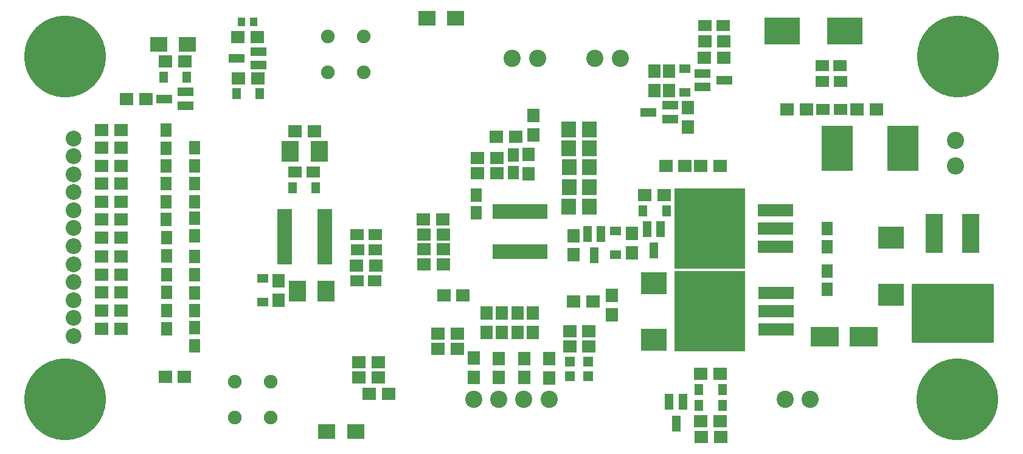
<source format=gbr>
G04 #@! TF.FileFunction,Soldermask,Top*
%FSLAX46Y46*%
G04 Gerber Fmt 4.6, Leading zero omitted, Abs format (unit mm)*
G04 Created by KiCad (PCBNEW 4.0.4-stable) date Tuesday, December 27, 2016 'AMt' 12:33:23 AM*
%MOMM*%
%LPD*%
G01*
G04 APERTURE LIST*
%ADD10C,0.100000*%
%ADD11C,0.450000*%
%ADD12C,0.215000*%
%ADD13C,2.400000*%
%ADD14R,1.200000X2.300000*%
%ADD15R,1.400000X1.400000*%
%ADD16R,1.000000X1.200000*%
%ADD17R,2.370000X2.346000*%
%ADD18R,1.650000X1.900000*%
%ADD19R,1.900000X1.650000*%
%ADD20R,2.400000X2.000000*%
%ADD21R,2.400000X2.900000*%
%ADD22R,2.432000X5.400000*%
%ADD23R,1.997660X2.200860*%
%ADD24R,3.900120X2.701240*%
%ADD25R,4.900880X3.699460*%
%ADD26R,4.898340X3.699460*%
%ADD27C,11.400000*%
%ADD28C,1.100000*%
%ADD29R,2.300000X1.200000*%
%ADD30R,5.000000X1.790000*%
%ADD31R,9.800000X11.200000*%
%ADD32R,1.700000X1.900000*%
%ADD33R,3.600000X3.100000*%
%ADD34R,1.900000X1.700000*%
%ADD35C,1.900000*%
%ADD36R,2.400000X2.100000*%
%ADD37R,2.000000X0.700000*%
%ADD38R,0.700000X2.000000*%
%ADD39R,1.620000X1.310000*%
%ADD40R,1.310000X1.620000*%
%ADD41C,2.200000*%
G04 APERTURE END LIST*
D10*
D11*
X136800000Y-47370000D02*
X125800000Y-47370000D01*
X125800000Y-47370000D02*
X125800000Y-39590000D01*
X125800000Y-39590000D02*
X136800000Y-39590000D01*
X136800000Y-39590000D02*
X136800000Y-47370000D01*
D12*
X127400000Y-43870000D02*
G75*
G03X127400000Y-43870000I-100000J0D01*
G01*
X128400000Y-43870000D02*
G75*
G03X128400000Y-43870000I-100000J0D01*
G01*
X126400000Y-43870000D02*
G75*
G03X126400000Y-43870000I-100000J0D01*
G01*
X133400000Y-43870000D02*
G75*
G03X133400000Y-43870000I-100000J0D01*
G01*
X134400000Y-43870000D02*
G75*
G03X134400000Y-43870000I-100000J0D01*
G01*
X136400000Y-43870000D02*
G75*
G03X136400000Y-43870000I-100000J0D01*
G01*
X135400000Y-43870000D02*
G75*
G03X135400000Y-43870000I-100000J0D01*
G01*
X131400000Y-43870000D02*
G75*
G03X131400000Y-43870000I-100000J0D01*
G01*
X132400000Y-43870000D02*
G75*
G03X132400000Y-43870000I-100000J0D01*
G01*
X130400000Y-43870000D02*
G75*
G03X130400000Y-43870000I-100000J0D01*
G01*
X129400000Y-46870000D02*
G75*
G03X129400000Y-46870000I-100000J0D01*
G01*
X130400000Y-46870000D02*
G75*
G03X130400000Y-46870000I-100000J0D01*
G01*
X128400000Y-46870000D02*
G75*
G03X128400000Y-46870000I-100000J0D01*
G01*
X127400000Y-46870000D02*
G75*
G03X127400000Y-46870000I-100000J0D01*
G01*
X130400000Y-45870000D02*
G75*
G03X130400000Y-45870000I-100000J0D01*
G01*
X131400000Y-45870000D02*
G75*
G03X131400000Y-45870000I-100000J0D01*
G01*
X133400000Y-45870000D02*
G75*
G03X133400000Y-45870000I-100000J0D01*
G01*
X132400000Y-45870000D02*
G75*
G03X132400000Y-45870000I-100000J0D01*
G01*
X127400000Y-44870000D02*
G75*
G03X127400000Y-44870000I-100000J0D01*
G01*
X128400000Y-44870000D02*
G75*
G03X128400000Y-44870000I-100000J0D01*
G01*
X126400000Y-44870000D02*
G75*
G03X126400000Y-44870000I-100000J0D01*
G01*
X129400000Y-43870000D02*
G75*
G03X129400000Y-43870000I-100000J0D01*
G01*
X133400000Y-44870000D02*
G75*
G03X133400000Y-44870000I-100000J0D01*
G01*
X134400000Y-44870000D02*
G75*
G03X134400000Y-44870000I-100000J0D01*
G01*
X136400000Y-44870000D02*
G75*
G03X136400000Y-44870000I-100000J0D01*
G01*
X135400000Y-44870000D02*
G75*
G03X135400000Y-44870000I-100000J0D01*
G01*
X128400000Y-45870000D02*
G75*
G03X128400000Y-45870000I-100000J0D01*
G01*
X129400000Y-45870000D02*
G75*
G03X129400000Y-45870000I-100000J0D01*
G01*
X127400000Y-45870000D02*
G75*
G03X127400000Y-45870000I-100000J0D01*
G01*
X126400000Y-45870000D02*
G75*
G03X126400000Y-45870000I-100000J0D01*
G01*
X129400000Y-44870000D02*
G75*
G03X129400000Y-44870000I-100000J0D01*
G01*
X130400000Y-44870000D02*
G75*
G03X130400000Y-44870000I-100000J0D01*
G01*
X132400000Y-44870000D02*
G75*
G03X132400000Y-44870000I-100000J0D01*
G01*
X131400000Y-44870000D02*
G75*
G03X131400000Y-44870000I-100000J0D01*
G01*
X136400000Y-45870000D02*
G75*
G03X136400000Y-45870000I-100000J0D01*
G01*
X126400000Y-46870000D02*
G75*
G03X126400000Y-46870000I-100000J0D01*
G01*
X135400000Y-45870000D02*
G75*
G03X135400000Y-45870000I-100000J0D01*
G01*
X134400000Y-45870000D02*
G75*
G03X134400000Y-45870000I-100000J0D01*
G01*
X131400000Y-46870000D02*
G75*
G03X131400000Y-46870000I-100000J0D01*
G01*
X132400000Y-46870000D02*
G75*
G03X132400000Y-46870000I-100000J0D01*
G01*
X134400000Y-46870000D02*
G75*
G03X134400000Y-46870000I-100000J0D01*
G01*
X133400000Y-46870000D02*
G75*
G03X133400000Y-46870000I-100000J0D01*
G01*
X135400000Y-46870000D02*
G75*
G03X135400000Y-46870000I-100000J0D01*
G01*
X136400000Y-46870000D02*
G75*
G03X136400000Y-46870000I-100000J0D01*
G01*
D11*
X136550000Y-44370000D02*
X126050000Y-44370000D01*
X136550000Y-45370000D02*
X126050000Y-45370000D01*
X136550000Y-46370000D02*
X126050000Y-46370000D01*
X126800000Y-47170000D02*
X126800000Y-39590000D01*
X127800000Y-47170000D02*
X127800000Y-39590000D01*
X128800000Y-47170000D02*
X128800000Y-39590000D01*
X129800000Y-47170000D02*
X129800000Y-39590000D01*
X130800000Y-47170000D02*
X130800000Y-39590000D01*
X131800000Y-47170000D02*
X131800000Y-39590000D01*
X132800000Y-47170000D02*
X132800000Y-39590000D01*
X133800000Y-47170000D02*
X133800000Y-39590000D01*
X134800000Y-47170000D02*
X134800000Y-39590000D01*
X135800000Y-47170000D02*
X135800000Y-39590000D01*
D12*
X135400000Y-41100000D02*
G75*
G03X135400000Y-41100000I-100000J0D01*
G01*
X136400000Y-41100000D02*
G75*
G03X136400000Y-41100000I-100000J0D01*
G01*
X136400000Y-40100000D02*
G75*
G03X136400000Y-40100000I-100000J0D01*
G01*
X135400000Y-40100000D02*
G75*
G03X135400000Y-40100000I-100000J0D01*
G01*
X134400000Y-41100000D02*
G75*
G03X134400000Y-41100000I-100000J0D01*
G01*
X133400000Y-40100000D02*
G75*
G03X133400000Y-40100000I-100000J0D01*
G01*
X134400000Y-40100000D02*
G75*
G03X134400000Y-40100000I-100000J0D01*
G01*
X133400000Y-42100000D02*
G75*
G03X133400000Y-42100000I-100000J0D01*
G01*
X133400000Y-41100000D02*
G75*
G03X133400000Y-41100000I-100000J0D01*
G01*
X134400000Y-42100000D02*
G75*
G03X134400000Y-42100000I-100000J0D01*
G01*
D11*
X136550000Y-41600000D02*
X126050000Y-41600000D01*
X136550000Y-42380000D02*
X126050000Y-42380000D01*
D12*
X136400000Y-42100000D02*
G75*
G03X136400000Y-42100000I-100000J0D01*
G01*
X135400000Y-42100000D02*
G75*
G03X135400000Y-42100000I-100000J0D01*
G01*
D11*
X136550000Y-40600000D02*
X126050000Y-40600000D01*
D12*
X130400000Y-40100000D02*
G75*
G03X130400000Y-40100000I-100000J0D01*
G01*
X131400000Y-40100000D02*
G75*
G03X131400000Y-40100000I-100000J0D01*
G01*
X132400000Y-40100000D02*
G75*
G03X132400000Y-40100000I-100000J0D01*
G01*
X129400000Y-41100000D02*
G75*
G03X129400000Y-41100000I-100000J0D01*
G01*
X130400000Y-41100000D02*
G75*
G03X130400000Y-41100000I-100000J0D01*
G01*
X132400000Y-41100000D02*
G75*
G03X132400000Y-41100000I-100000J0D01*
G01*
X129400000Y-40100000D02*
G75*
G03X129400000Y-40100000I-100000J0D01*
G01*
X131400000Y-41100000D02*
G75*
G03X131400000Y-41100000I-100000J0D01*
G01*
X128400000Y-41100000D02*
G75*
G03X128400000Y-41100000I-100000J0D01*
G01*
X128400000Y-42100000D02*
G75*
G03X128400000Y-42100000I-100000J0D01*
G01*
X129400000Y-42100000D02*
G75*
G03X129400000Y-42100000I-100000J0D01*
G01*
X130400000Y-42100000D02*
G75*
G03X130400000Y-42100000I-100000J0D01*
G01*
X131400000Y-42100000D02*
G75*
G03X131400000Y-42100000I-100000J0D01*
G01*
X132400000Y-42100000D02*
G75*
G03X132400000Y-42100000I-100000J0D01*
G01*
X126400000Y-40100000D02*
G75*
G03X126400000Y-40100000I-100000J0D01*
G01*
X127400000Y-40100000D02*
G75*
G03X127400000Y-40100000I-100000J0D01*
G01*
X128400000Y-40100000D02*
G75*
G03X128400000Y-40100000I-100000J0D01*
G01*
X127400000Y-41100000D02*
G75*
G03X127400000Y-41100000I-100000J0D01*
G01*
X126400000Y-41100000D02*
G75*
G03X126400000Y-41100000I-100000J0D01*
G01*
X127400000Y-42100000D02*
G75*
G03X127400000Y-42100000I-100000J0D01*
G01*
X126400000Y-42100000D02*
G75*
G03X126400000Y-42100000I-100000J0D01*
G01*
D11*
X136540000Y-43390000D02*
X126040000Y-43390000D01*
X136220000Y-47200000D02*
X136220000Y-39620000D01*
X136560000Y-47200000D02*
X136560000Y-39620000D01*
X134700000Y-47170000D02*
X134700000Y-39590000D01*
X135120000Y-47200000D02*
X135120000Y-39620000D01*
X135460000Y-47200000D02*
X135460000Y-39620000D01*
X133670000Y-47220000D02*
X133670000Y-39640000D01*
X134090000Y-47250000D02*
X134090000Y-39670000D01*
X134430000Y-47250000D02*
X134430000Y-39670000D01*
X132830000Y-47220000D02*
X132830000Y-39640000D01*
X133250000Y-47250000D02*
X133250000Y-39670000D01*
X133590000Y-47250000D02*
X133590000Y-39670000D01*
X131730000Y-47250000D02*
X131730000Y-39670000D01*
X132150000Y-47280000D02*
X132150000Y-39700000D01*
X132490000Y-47280000D02*
X132490000Y-39700000D01*
X130790000Y-47250000D02*
X130790000Y-39670000D01*
X131210000Y-47280000D02*
X131210000Y-39700000D01*
X131550000Y-47280000D02*
X131550000Y-39700000D01*
X129810000Y-47220000D02*
X129810000Y-39640000D01*
X130230000Y-47250000D02*
X130230000Y-39670000D01*
X130570000Y-47250000D02*
X130570000Y-39670000D01*
X128830000Y-47220000D02*
X128830000Y-39640000D01*
X129250000Y-47250000D02*
X129250000Y-39670000D01*
X129590000Y-47250000D02*
X129590000Y-39670000D01*
X127920000Y-47270000D02*
X127920000Y-39690000D01*
X128340000Y-47300000D02*
X128340000Y-39720000D01*
X128680000Y-47300000D02*
X128680000Y-39720000D01*
X126720000Y-47250000D02*
X126720000Y-39670000D01*
X127140000Y-47280000D02*
X127140000Y-39700000D01*
X127480000Y-47280000D02*
X127480000Y-39700000D01*
X126080000Y-47290000D02*
X126080000Y-39710000D01*
X126500000Y-47320000D02*
X126500000Y-39740000D01*
X126840000Y-47320000D02*
X126840000Y-39740000D01*
D13*
X108000000Y-55500000D03*
X111500000Y-55500000D03*
X131700000Y-23000000D03*
X131700000Y-19500000D03*
X85000000Y-8000000D03*
X81500000Y-8000000D03*
X73500000Y-8000000D03*
X70000000Y-8000000D03*
D14*
X82350000Y-32475000D03*
X80450000Y-32475000D03*
X81400000Y-35475000D03*
D15*
X78050000Y-52325000D03*
X80550000Y-52325000D03*
X78050000Y-50275000D03*
X80550000Y-50275000D03*
D16*
X34025000Y-3000000D03*
X32325000Y-3000000D03*
D17*
X116210000Y-20600000D03*
X114240000Y-20600000D03*
X114240000Y-22546000D03*
X116210000Y-22546000D03*
X116210000Y-18654000D03*
X114240000Y-18654000D03*
X125360000Y-20600000D03*
X123390000Y-20600000D03*
X123390000Y-22546000D03*
X125360000Y-22546000D03*
X125360000Y-18654000D03*
X123390000Y-18654000D03*
D18*
X64975000Y-29550000D03*
X64975000Y-27050000D03*
D19*
X99325000Y-3475000D03*
X96825000Y-3475000D03*
D18*
X70125000Y-21475000D03*
X70125000Y-23975000D03*
X21800000Y-20550000D03*
X21800000Y-18050000D03*
X25750000Y-23000000D03*
X25750000Y-20500000D03*
X21800000Y-25500000D03*
X21800000Y-23000000D03*
X25750000Y-28000000D03*
X25750000Y-25500000D03*
X21800000Y-30500000D03*
X21800000Y-28000000D03*
X25750000Y-32800000D03*
X25750000Y-30300000D03*
X21850000Y-35550000D03*
X21850000Y-33050000D03*
X25750000Y-38150000D03*
X25750000Y-35650000D03*
X21850000Y-40650000D03*
X21850000Y-38150000D03*
X25750000Y-43200000D03*
X25750000Y-40700000D03*
X21850000Y-45700000D03*
X21850000Y-43200000D03*
X25750000Y-48050000D03*
X25750000Y-45550000D03*
D19*
X115675000Y-11250000D03*
X113175000Y-11250000D03*
X115725000Y-15150000D03*
X113225000Y-15150000D03*
X115625000Y-9050000D03*
X113125000Y-9050000D03*
X50875000Y-39050000D03*
X48375000Y-39050000D03*
D18*
X113800000Y-31750000D03*
X113800000Y-34250000D03*
D20*
X24800000Y-6075000D03*
X20800000Y-6075000D03*
D18*
X113800000Y-37700000D03*
X113800000Y-40200000D03*
D21*
X43100000Y-21000000D03*
X39100000Y-21000000D03*
X40050000Y-40450000D03*
X44050000Y-40450000D03*
D19*
X48400000Y-32575000D03*
X50900000Y-32575000D03*
X39775000Y-23850000D03*
X42275000Y-23850000D03*
X50925000Y-34675000D03*
X48425000Y-34675000D03*
D22*
X133840000Y-32455000D03*
X128760000Y-32455000D03*
D23*
X80719860Y-28700000D03*
X77880140Y-28700000D03*
X80744860Y-25950000D03*
X77905140Y-25950000D03*
X80744860Y-23225000D03*
X77905140Y-23225000D03*
X80719860Y-20550000D03*
X77880140Y-20550000D03*
X80719860Y-17925000D03*
X77880140Y-17925000D03*
D24*
X118900020Y-46825000D03*
X113499980Y-46825000D03*
D25*
X116324280Y-4225000D03*
D26*
X107525720Y-4225000D03*
D13*
X64600000Y-55500000D03*
X68100000Y-55500000D03*
X71600000Y-55500000D03*
X75100000Y-55500000D03*
D27*
X131926815Y-55573185D03*
D28*
X136051815Y-55573185D03*
X134853630Y-58500000D03*
X131926815Y-59698185D03*
X129000000Y-58500000D03*
X127801815Y-55573185D03*
X129000000Y-52646370D03*
X131926815Y-51448185D03*
X134853630Y-52646370D03*
D27*
X132000000Y-7775000D03*
D28*
X136125000Y-7775000D03*
X134926815Y-10701815D03*
X132000000Y-11900000D03*
X129073185Y-10701815D03*
X127875000Y-7775000D03*
X129073185Y-4848185D03*
X132000000Y-3650000D03*
X134926815Y-4848185D03*
D27*
X7773185Y-55573185D03*
D28*
X11898185Y-55573185D03*
X10700000Y-58500000D03*
X7773185Y-59698185D03*
X4846370Y-58500000D03*
X3648185Y-55573185D03*
X4846370Y-52646370D03*
X7773185Y-51448185D03*
X10700000Y-52646370D03*
D27*
X7775000Y-7800000D03*
D28*
X11900000Y-7800000D03*
X10701815Y-10726815D03*
X7775000Y-11925000D03*
X4848185Y-10726815D03*
X3650000Y-7800000D03*
X4848185Y-4873185D03*
X7775000Y-3675000D03*
X10701815Y-4873185D03*
D14*
X90650000Y-31800000D03*
X88750000Y-31800000D03*
X89700000Y-34800000D03*
D29*
X96500000Y-10125000D03*
X96500000Y-12025000D03*
X99500000Y-11075000D03*
X91975000Y-16500000D03*
X91975000Y-14600000D03*
X88975000Y-15550000D03*
D30*
X106600000Y-31760000D03*
D31*
X97450000Y-31760000D03*
D30*
X106600000Y-29220000D03*
X106600000Y-34300000D03*
X106675000Y-43300000D03*
D31*
X97525000Y-43300000D03*
D30*
X106675000Y-40760000D03*
X106675000Y-45840000D03*
D29*
X24500000Y-14625000D03*
X24500000Y-12725000D03*
X21500000Y-13675000D03*
D14*
X93750000Y-55900000D03*
X91850000Y-55900000D03*
X92800000Y-58900000D03*
D32*
X64600000Y-49775000D03*
X64600000Y-52475000D03*
X68100000Y-49825000D03*
X68100000Y-52525000D03*
X71625000Y-49825000D03*
X71625000Y-52525000D03*
X75100000Y-49850000D03*
X75100000Y-52550000D03*
D33*
X122725000Y-33050000D03*
X122725000Y-40950000D03*
D34*
X57675000Y-34650000D03*
X60375000Y-34650000D03*
D32*
X78525000Y-32725000D03*
X78525000Y-35425000D03*
D33*
X89700000Y-39350000D03*
X89700000Y-47250000D03*
D34*
X57675000Y-32575000D03*
X60375000Y-32575000D03*
D32*
X86675000Y-32400000D03*
X86675000Y-35100000D03*
D34*
X57675000Y-36750000D03*
X60375000Y-36750000D03*
X57650000Y-30475000D03*
X60350000Y-30475000D03*
X91150000Y-27100000D03*
X88450000Y-27100000D03*
X60450000Y-41100000D03*
X63150000Y-41100000D03*
X48675000Y-50400000D03*
X51375000Y-50400000D03*
X48675000Y-52525000D03*
X51375000Y-52525000D03*
X70475000Y-19000000D03*
X67775000Y-19000000D03*
X50100000Y-54800000D03*
X52800000Y-54800000D03*
D32*
X83875000Y-43775000D03*
X83875000Y-41075000D03*
X72925000Y-15975000D03*
X72925000Y-18675000D03*
X66389585Y-46233133D03*
X66389585Y-43533133D03*
X68564585Y-46208133D03*
X68564585Y-43508133D03*
D34*
X59625000Y-46425000D03*
X62325000Y-46425000D03*
X77975000Y-46050000D03*
X80675000Y-46050000D03*
X59625000Y-48525000D03*
X62325000Y-48525000D03*
X99425000Y-7975000D03*
X96725000Y-7975000D03*
X99475000Y-5700000D03*
X96775000Y-5700000D03*
X77975000Y-48175000D03*
X80675000Y-48175000D03*
D32*
X70700000Y-46200000D03*
X70700000Y-43500000D03*
X72825000Y-46200000D03*
X72825000Y-43500000D03*
X91825000Y-12500000D03*
X91825000Y-9800000D03*
X89750000Y-9850000D03*
X89750000Y-12550000D03*
X94400000Y-17600000D03*
X94400000Y-14900000D03*
D34*
X65140001Y-24035000D03*
X67840001Y-24035000D03*
X65125000Y-21950000D03*
X67825000Y-21950000D03*
D32*
X72225000Y-21400000D03*
X72225000Y-24100000D03*
D34*
X81225000Y-41925000D03*
X78525000Y-41925000D03*
X12800000Y-18050000D03*
X15500000Y-18050000D03*
X12800000Y-20500000D03*
X15500000Y-20500000D03*
X12800000Y-23000000D03*
X15500000Y-23000000D03*
X12800000Y-25500000D03*
X15500000Y-25500000D03*
X12800000Y-28000000D03*
X15500000Y-28000000D03*
X12800000Y-30500000D03*
X15500000Y-30500000D03*
X12800000Y-33050000D03*
X15500000Y-33050000D03*
X12800000Y-35600000D03*
X15500000Y-35600000D03*
X12800000Y-38150000D03*
X15500000Y-38150000D03*
X12800000Y-40650000D03*
X15500000Y-40650000D03*
X12800000Y-43200000D03*
X15500000Y-43200000D03*
X12800000Y-45700000D03*
X15500000Y-45700000D03*
X117975000Y-15150000D03*
X120675000Y-15150000D03*
X110975000Y-15150000D03*
X108275000Y-15150000D03*
X48275000Y-36875000D03*
X50975000Y-36875000D03*
X96250000Y-23000000D03*
X98950000Y-23000000D03*
X21725000Y-8450000D03*
X24425000Y-8450000D03*
X91350000Y-23000000D03*
X94050000Y-23000000D03*
X16275000Y-13675000D03*
X18975000Y-13675000D03*
X99000000Y-60800000D03*
X96300000Y-60800000D03*
X96250000Y-58600000D03*
X98950000Y-58600000D03*
X98950000Y-52000000D03*
X96250000Y-52000000D03*
X39750000Y-18225000D03*
X42450000Y-18225000D03*
X21675000Y-52400000D03*
X24375000Y-52400000D03*
D32*
X37450000Y-39050000D03*
X37450000Y-41750000D03*
D35*
X44300000Y-5000000D03*
X49300000Y-5000000D03*
X44300000Y-10000000D03*
X49300000Y-10000000D03*
X31325000Y-53075000D03*
X36325000Y-53075000D03*
X31325000Y-58075000D03*
X36325000Y-58075000D03*
D36*
X44175000Y-60000000D03*
X48175000Y-60000000D03*
X62100000Y-2425000D03*
X58100000Y-2425000D03*
D37*
X43900000Y-36400000D03*
X43900000Y-35900000D03*
X43900000Y-35400000D03*
X43900000Y-34900000D03*
X43900000Y-34400000D03*
X43900000Y-33900000D03*
X43900000Y-33400000D03*
X43900000Y-32900000D03*
X43900000Y-32400000D03*
X43900000Y-31900000D03*
X43900000Y-31400000D03*
X43900000Y-30900000D03*
X43900000Y-30400000D03*
X43900000Y-29900000D03*
X43900000Y-29400000D03*
X38300000Y-29400000D03*
X38300000Y-29900000D03*
X38300000Y-30400000D03*
X38300000Y-30900000D03*
X38300000Y-31400000D03*
X38300000Y-31900000D03*
X38300000Y-32400000D03*
X38300000Y-32900000D03*
X38300000Y-33400000D03*
X38300000Y-33900000D03*
X38300000Y-34400000D03*
X38300000Y-34900000D03*
X38300000Y-35400000D03*
X38300000Y-35900000D03*
X38300000Y-36400000D03*
D38*
X67575000Y-35000000D03*
X68075000Y-35000000D03*
X68575000Y-35000000D03*
X69075000Y-35000000D03*
X69575000Y-35000000D03*
X70075000Y-35000000D03*
X70575000Y-35000000D03*
X71075000Y-35000000D03*
X71575000Y-35000000D03*
X72075000Y-35000000D03*
X72575000Y-35000000D03*
X73075000Y-35000000D03*
X73575000Y-35000000D03*
X74075000Y-35000000D03*
X74575000Y-35000000D03*
X74575000Y-29400000D03*
X74075000Y-29400000D03*
X73575000Y-29400000D03*
X73075000Y-29400000D03*
X72575000Y-29400000D03*
X72075000Y-29400000D03*
X71575000Y-29400000D03*
X71075000Y-29400000D03*
X70575000Y-29400000D03*
X70075000Y-29400000D03*
X69575000Y-29400000D03*
X69075000Y-29400000D03*
X68575000Y-29400000D03*
X68075000Y-29400000D03*
X67575000Y-29400000D03*
D39*
X84400000Y-35385000D03*
X84400000Y-32115000D03*
D40*
X91435000Y-29300000D03*
X88165000Y-29300000D03*
D39*
X94000000Y-12785000D03*
X94000000Y-9515000D03*
D40*
X24710000Y-10700000D03*
X21440000Y-10700000D03*
X99235000Y-56400000D03*
X95965000Y-56400000D03*
X99235000Y-54200000D03*
X95965000Y-54200000D03*
X42660000Y-26050000D03*
X39390000Y-26050000D03*
D39*
X35225000Y-41985000D03*
X35225000Y-38715000D03*
D40*
X34860000Y-12950000D03*
X31590000Y-12950000D03*
D29*
X34625000Y-8975000D03*
X34625000Y-7075000D03*
X31625000Y-8025000D03*
D34*
X34500000Y-5100000D03*
X31800000Y-5100000D03*
X31900000Y-10850000D03*
X34600000Y-10850000D03*
D41*
X8900000Y-19200000D03*
X8900000Y-21700000D03*
X8900000Y-24200000D03*
X8900000Y-26700000D03*
X8900000Y-29200000D03*
X8900000Y-31700000D03*
X8900000Y-34200000D03*
X8900000Y-36700000D03*
X8900000Y-39200000D03*
X8900000Y-41700000D03*
X8900000Y-44200000D03*
X8900000Y-46700000D03*
M02*

</source>
